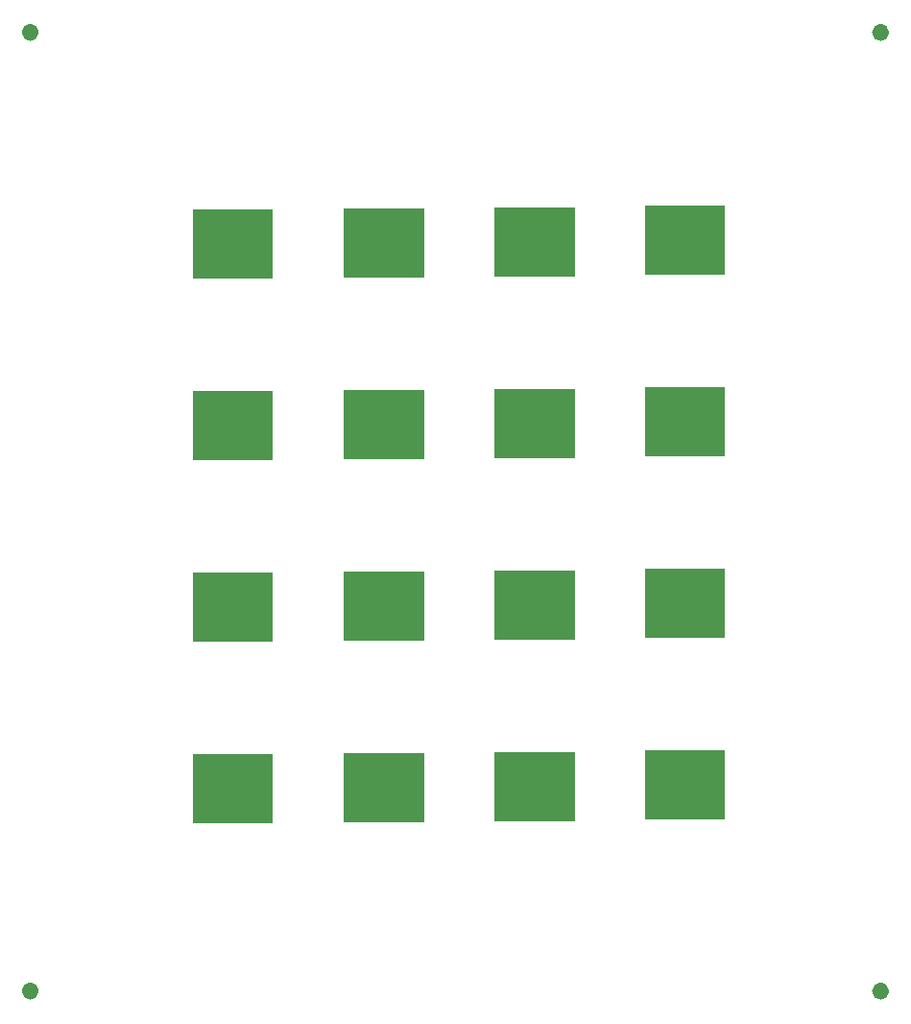
<source format=gbr>
G04 #@! TF.GenerationSoftware,KiCad,Pcbnew,8.0.1-8.0.1-1~ubuntu22.04.1*
G04 #@! TF.CreationDate,2024-04-03T21:12:05+02:00*
G04 #@! TF.ProjectId,0xaxe,30786178-652e-46b6-9963-61645f706362,302*
G04 #@! TF.SameCoordinates,Original*
G04 #@! TF.FileFunction,Other,User*
%FSLAX46Y46*%
G04 Gerber Fmt 4.6, Leading zero omitted, Abs format (unit mm)*
G04 Created by KiCad (PCBNEW 8.0.1-8.0.1-1~ubuntu22.04.1) date 2024-04-03 21:12:05*
%MOMM*%
%LPD*%
G01*
G04 APERTURE LIST*
%ADD10C,0.750000*%
G04 APERTURE END LIST*
G36*
X91224000Y-95053900D02*
G01*
X84124000Y-95053900D01*
X84124000Y-101153900D01*
X91224000Y-101153900D01*
X91224000Y-95053900D01*
G37*
D10*
X56875000Y-164000000D02*
G75*
G02*
X56125000Y-164000000I-375000J0D01*
G01*
X56125000Y-164000000D02*
G75*
G02*
X56875000Y-164000000I375000J0D01*
G01*
G36*
X91224000Y-143053900D02*
G01*
X84124000Y-143053900D01*
X84124000Y-149153900D01*
X91224000Y-149153900D01*
X91224000Y-143053900D01*
G37*
G36*
X77924000Y-95128900D02*
G01*
X70824000Y-95128900D01*
X70824000Y-101228900D01*
X77924000Y-101228900D01*
X77924000Y-95128900D01*
G37*
G36*
X77924000Y-127128900D02*
G01*
X70824000Y-127128900D01*
X70824000Y-133228900D01*
X77924000Y-133228900D01*
X77924000Y-127128900D01*
G37*
G36*
X117802000Y-110770900D02*
G01*
X110702000Y-110770900D01*
X110702000Y-116870900D01*
X117802000Y-116870900D01*
X117802000Y-110770900D01*
G37*
X56875000Y-79500000D02*
G75*
G02*
X56125000Y-79500000I-375000J0D01*
G01*
X56125000Y-79500000D02*
G75*
G02*
X56875000Y-79500000I375000J0D01*
G01*
G36*
X104563000Y-126899900D02*
G01*
X97463000Y-126899900D01*
X97463000Y-132999900D01*
X104563000Y-132999900D01*
X104563000Y-126899900D01*
G37*
G36*
X117802000Y-142770900D02*
G01*
X110702000Y-142770900D01*
X110702000Y-148870900D01*
X117802000Y-148870900D01*
X117802000Y-142770900D01*
G37*
G36*
X104563000Y-142899900D02*
G01*
X97463000Y-142899900D01*
X97463000Y-148999900D01*
X104563000Y-148999900D01*
X104563000Y-142899900D01*
G37*
X131875000Y-164000000D02*
G75*
G02*
X131125000Y-164000000I-375000J0D01*
G01*
X131125000Y-164000000D02*
G75*
G02*
X131875000Y-164000000I375000J0D01*
G01*
G36*
X77924000Y-111128900D02*
G01*
X70824000Y-111128900D01*
X70824000Y-117228900D01*
X77924000Y-117228900D01*
X77924000Y-111128900D01*
G37*
G36*
X91224000Y-127053900D02*
G01*
X84124000Y-127053900D01*
X84124000Y-133153900D01*
X91224000Y-133153900D01*
X91224000Y-127053900D01*
G37*
G36*
X104563000Y-110899900D02*
G01*
X97463000Y-110899900D01*
X97463000Y-116999900D01*
X104563000Y-116999900D01*
X104563000Y-110899900D01*
G37*
G36*
X104563000Y-94899900D02*
G01*
X97463000Y-94899900D01*
X97463000Y-100999900D01*
X104563000Y-100999900D01*
X104563000Y-94899900D01*
G37*
G36*
X117802000Y-126770900D02*
G01*
X110702000Y-126770900D01*
X110702000Y-132870900D01*
X117802000Y-132870900D01*
X117802000Y-126770900D01*
G37*
G36*
X77924000Y-143128900D02*
G01*
X70824000Y-143128900D01*
X70824000Y-149228900D01*
X77924000Y-149228900D01*
X77924000Y-143128900D01*
G37*
X131875000Y-79500000D02*
G75*
G02*
X131125000Y-79500000I-375000J0D01*
G01*
X131125000Y-79500000D02*
G75*
G02*
X131875000Y-79500000I375000J0D01*
G01*
G36*
X117802000Y-94770900D02*
G01*
X110702000Y-94770900D01*
X110702000Y-100870900D01*
X117802000Y-100870900D01*
X117802000Y-94770900D01*
G37*
G36*
X91224000Y-111053900D02*
G01*
X84124000Y-111053900D01*
X84124000Y-117153900D01*
X91224000Y-117153900D01*
X91224000Y-111053900D01*
G37*
M02*

</source>
